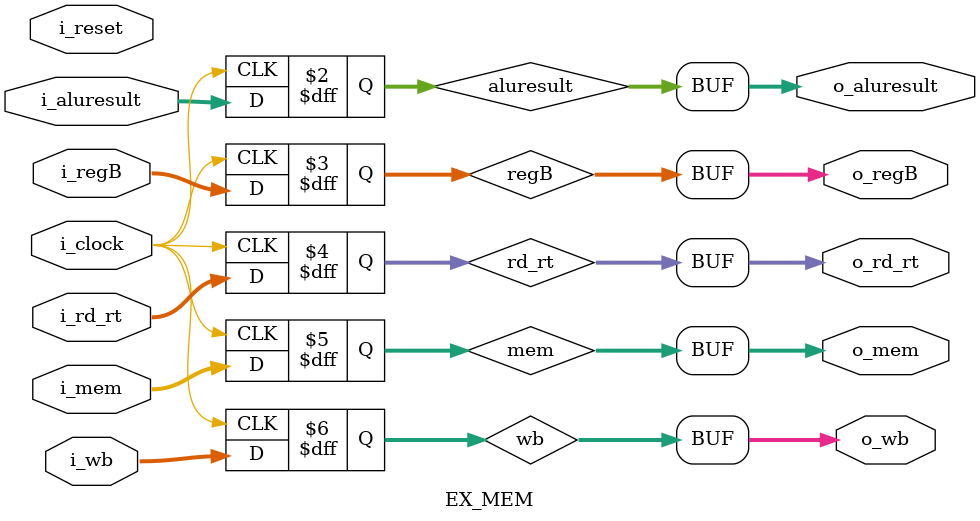
<source format=v>
`timescale 1ns / 1ps


module EX_MEM
    #(  //PARAMETERS
        parameter DATA_WIDTH = 32
    )
    (   //INPUTS
        input i_clock,
        input i_reset,
        input [DATA_WIDTH - 1:0] i_aluresult,
        input [DATA_WIDTH - 1:0] i_regB,
        input [4:0] i_rd_rt,
        input [2:0] i_mem,
        input [1:0] i_wb,
        //OUTPUTS
        output [DATA_WIDTH - 1:0] o_aluresult,
        output [DATA_WIDTH - 1:0] o_regB,
        output [4:0] o_rd_rt,
        output [2:0] o_mem,
        output [1:0] o_wb
    );

    reg [DATA_WIDTH - 1:0] aluresult;
    reg [DATA_WIDTH - 1:0] regB;
    reg [4:0] rd_rt;
    reg [2:0] mem;
    reg [1:0] wb;

    assign o_aluresult = aluresult;
    assign o_regB = regB;
    assign o_rd_rt = rd_rt;
    assign o_mem = mem;
    assign o_wb = wb;

    always @(posedge i_clock) begin
        aluresult <= i_aluresult;
        regB <= i_regB;
        rd_rt <= i_rd_rt;
        mem <= i_mem;
        wb <= i_wb;
    end
    
endmodule

</source>
